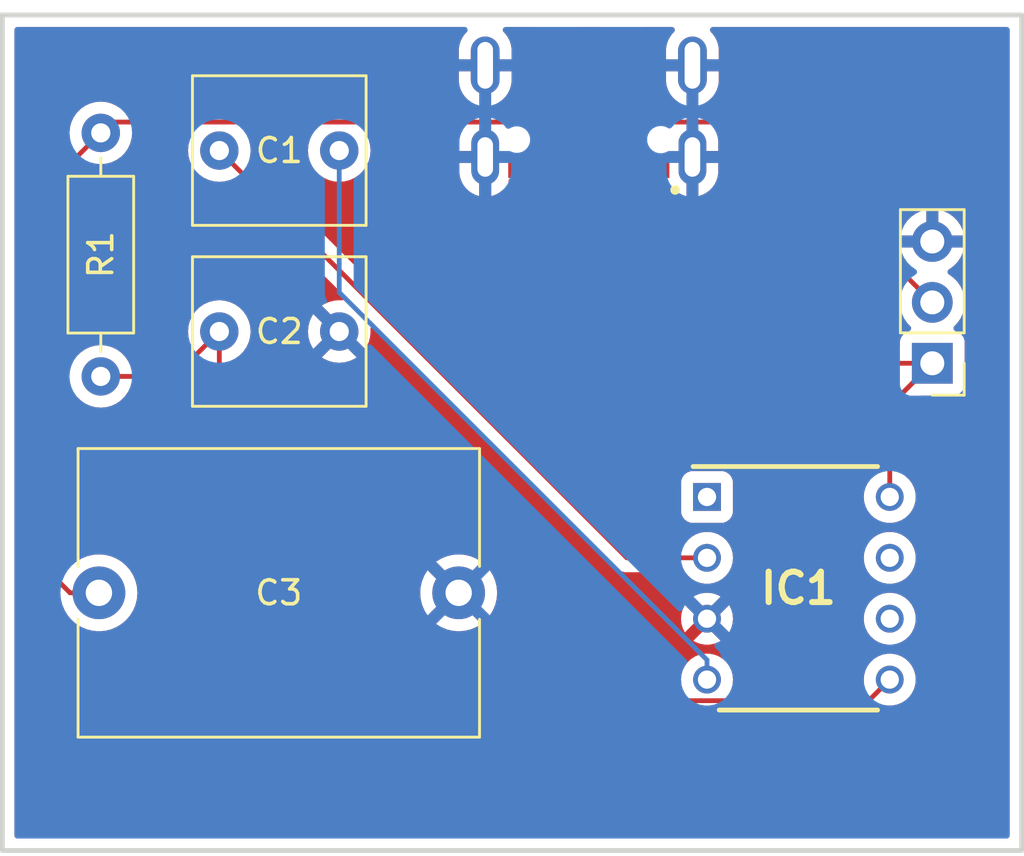
<source format=kicad_pcb>
(kicad_pcb (version 20240108) (generator "pcbnew") (generator_version "8.0")
  (layers (0 "F.Cu" signal) (31 "B.Cu" signal) (34 "B.Paste" user) (35 "F.Paste" user) (36 "B.SilkS" user "B.Silkscreen") (37 "F.SilkS" user "F.Silkscreen") (38 "B.Mask" user) (39 "F.Mask" user) (44 "Edge.Cuts" user))
  (net 0 "")
  (net 1 "Net-(IC1-CAP+)")
  (net 2 "Net-(IC1-CAP-)")
  (net 3 "Earth")
  (net 4 "Net-(IC1-VOUT)")
  (net 5 "Net-(J1-D+-Pad6)")
  (net 6 "Net-(IC1-V+)")
  (net 10 "Net-(J1-D--Pad5)")
  (net 15 "Net-(J2-Pin_2)")
  (footprint "Capacitor_THT:C_Rect_L7.0mm_W6.0mm_P5.00mm" (layer "F.Cu") (at 167.045 93.0972)
    (property "Reference" "C2" (at 2.5 0 0) (layer "F.SilkS"))
    (property "Value" "C" (hide yes))
    (fp_line (start -1.12 -3.12) (end -1.12 3.12) (stroke (width 0.12)) (layer "F.SilkS"))
    (fp_line (start -1.12 -3.12) (end 6.12 -3.12) (stroke (width 0.12)) (layer "F.SilkS"))
    (fp_line (start -1.12 3.12) (end 6.12 3.12) (stroke (width 0.12)) (layer "F.SilkS"))
    (fp_line (start 6.12 -3.12) (end 6.12 3.12) (stroke (width 0.12)) (layer "F.SilkS"))
    (pad "1" thru_hole circle (at 0 0) (size 1.6 1.6) (drill 0.8) (layers "*.Cu" "*.Mask") (net 4 "Net-(IC1-VOUT)"))
    (pad "2" thru_hole circle (at 5 0) (size 1.6 1.6) (drill 0.8) (layers "*.Cu" "*.Mask") (net 3 "Earth"))
  )
  (footprint "Resistor_THT:R_Axial_DIN0207_L6.3mm_D2.5mm_P10.16mm_Horizontal" (layer "F.Cu") (at 162.1028 94.9706 90)
    (property "Reference" "R1" (at 5.08 0 90) (layer "F.SilkS"))
    (property "Value" "R" (hide yes))
    (fp_line (start 8.35 -1.37) (end 1.81 -1.37) (stroke (width 0.12)) (layer "F.SilkS"))
    (fp_line (start 1.81 -1.37) (end 1.81 1.37) (stroke (width 0.12)) (layer "F.SilkS"))
    (fp_line (start 9.12 0) (end 8.35 0) (stroke (width 0.12)) (layer "F.SilkS"))
    (fp_line (start 1.04 0) (end 1.81 0) (stroke (width 0.12)) (layer "F.SilkS"))
    (fp_line (start 8.35 1.37) (end 8.35 -1.37) (stroke (width 0.12)) (layer "F.SilkS"))
    (fp_line (start 1.81 1.37) (end 8.35 1.37) (stroke (width 0.12)) (layer "F.SilkS"))
    (pad "1" thru_hole circle (at 0 0 90) (size 1.6 1.6) (drill 0.8) (layers "*.Cu" "*.Mask") (net 4 "Net-(IC1-VOUT)"))
    (pad "2" thru_hole oval (at 10.16 0 90) (size 1.6 1.6) (drill 0.8) (layers "*.Cu" "*.Mask") (net 15 "Net-(J2-Pin_2)"))
  )
  (footprint "KiCad_TC144SCPA:DIP762W56P254L950H508Q8N" (layer "F.Cu") (at 191.19 103.81)
    (property "Reference" "IC1" (at 0 0 0) (layer "F.SilkS") (effects (font (size 1.27 1.27) (thickness 0.254))))
    (property "Value" "TC1044SCPA" (hide yes))
    (fp_line (start -4.39 -5.08) (end 3.3 -5.08) (stroke (width 0.2)) (layer "F.SilkS"))
    (fp_line (start -3.3 5.08) (end 3.3 5.08) (stroke (width 0.2)) (layer "F.SilkS"))
    (pad "1" thru_hole rect (at -3.81 -3.81) (size 1.16 1.16) (drill 0.76) (layers "*.Cu" "*.Mask"))
    (pad "2" thru_hole circle (at -3.81 -1.27) (size 1.16 1.16) (drill 0.76) (layers "*.Cu" "*.Mask") (net 1 "Net-(IC1-CAP+)"))
    (pad "3" thru_hole circle (at -3.81 1.27) (size 1.16 1.16) (drill 0.76) (layers "*.Cu" "*.Mask") (net 3 "Earth"))
    (pad "4" thru_hole circle (at -3.81 3.81) (size 1.16 1.16) (drill 0.76) (layers "*.Cu" "*.Mask") (net 2 "Net-(IC1-CAP-)"))
    (pad "5" thru_hole circle (at 3.81 3.81) (size 1.16 1.16) (drill 0.76) (layers "*.Cu" "*.Mask") (net 4 "Net-(IC1-VOUT)"))
    (pad "6" thru_hole circle (at 3.81 1.27) (size 1.16 1.16) (drill 0.76) (layers "*.Cu" "*.Mask"))
    (pad "7" thru_hole circle (at 3.81 -1.27) (size 1.16 1.16) (drill 0.76) (layers "*.Cu" "*.Mask"))
    (pad "8" thru_hole circle (at 3.81 -3.81) (size 1.16 1.16) (drill 0.76) (layers "*.Cu" "*.Mask") (net 6 "Net-(IC1-V+)"))
  )
  (footprint "Capacitor_THT:C_Rect_L16.5mm_W11.8mm_P15.00mm_MKT" (layer "F.Cu") (at 162.025 104)
    (property "Reference" "C3" (at 7.5 0 0) (layer "F.SilkS"))
    (property "Value" "C" (hide yes))
    (fp_line (start -0.87 -6.02) (end -0.87 -1.104) (stroke (width 0.12)) (layer "F.SilkS"))
    (fp_line (start -0.87 -6.02) (end 15.87 -6.02) (stroke (width 0.12)) (layer "F.SilkS"))
    (fp_line (start -0.87 1.104) (end -0.87 6.02) (stroke (width 0.12)) (layer "F.SilkS"))
    (fp_line (start -0.87 6.02) (end 15.87 6.02) (stroke (width 0.12)) (layer "F.SilkS"))
    (fp_line (start 15.87 -6.02) (end 15.87 -1.104) (stroke (width 0.12)) (layer "F.SilkS"))
    (fp_line (start 15.87 1.104) (end 15.87 6.02) (stroke (width 0.12)) (layer "F.SilkS"))
    (pad "1" thru_hole circle (at 0 0) (size 2.2 2.2) (drill 1.1) (layers "*.Cu" "*.Mask") (net 15 "Net-(J2-Pin_2)"))
    (pad "2" thru_hole circle (at 15 0) (size 2.2 2.2) (drill 1.1) (layers "*.Cu" "*.Mask") (net 3 "Earth"))
  )
  (footprint "Connector_PinHeader_2.54mm:PinHeader_1x03_P2.54mm_Vertical" (layer "F.Cu") (at 196.7738 94.4222 180)
    (property "Reference" "J2" (hide yes))
    (property "Value" "Conn_01x03_Pin" (hide yes))
    (fp_line (start 1.33 1.27) (end 1.33 6.41) (stroke (width 0.12)) (layer "F.SilkS"))
    (fp_line (start -1.33 6.41) (end 1.33 6.41) (stroke (width 0.12)) (layer "F.SilkS"))
    (fp_line (start -1.33 1.27) (end 1.33 1.27) (stroke (width 0.12)) (layer "F.SilkS"))
    (fp_line (start -1.33 1.27) (end -1.33 6.41) (stroke (width 0.12)) (layer "F.SilkS"))
    (fp_line (start -1.33 0) (end -1.33 -1.33) (stroke (width 0.12)) (layer "F.SilkS"))
    (fp_line (start -1.33 -1.33) (end 0 -1.33) (stroke (width 0.12)) (layer "F.SilkS"))
    (pad "1" thru_hole rect (at 0 0 180) (size 1.7 1.7) (drill 1) (layers "*.Cu" "*.Mask") (net 6 "Net-(IC1-V+)"))
    (pad "2" thru_hole oval (at 0 2.54 180) (size 1.7 1.7) (drill 1) (layers "*.Cu" "*.Mask") (net 15 "Net-(J2-Pin_2)"))
    (pad "3" thru_hole oval (at 0 5.08 180) (size 1.7 1.7) (drill 1) (layers "*.Cu" "*.Mask") (net 3 "Earth"))
  )
  (footprint "Capacitor_THT:C_Rect_L7.0mm_W6.0mm_P5.00mm" (layer "F.Cu") (at 167.045 85.5472)
    (property "Reference" "C1" (at 2.5 0 0) (layer "F.SilkS"))
    (property "Value" "C" (hide yes))
    (fp_line (start -1.12 -3.12) (end -1.12 3.12) (stroke (width 0.12)) (layer "F.SilkS"))
    (fp_line (start -1.12 -3.12) (end 6.12 -3.12) (stroke (width 0.12)) (layer "F.SilkS"))
    (fp_line (start -1.12 3.12) (end 6.12 3.12) (stroke (width 0.12)) (layer "F.SilkS"))
    (fp_line (start 6.12 -3.12) (end 6.12 3.12) (stroke (width 0.12)) (layer "F.SilkS"))
    (pad "1" thru_hole circle (at 0 0) (size 1.6 1.6) (drill 0.8) (layers "*.Cu" "*.Mask") (net 1 "Net-(IC1-CAP+)"))
    (pad "2" thru_hole circle (at 5 0) (size 1.6 1.6) (drill 0.8) (layers "*.Cu" "*.Mask") (net 2 "Net-(IC1-CAP-)"))
  )
  (footprint "S25-36:JAE_DX07S016JA1R1500" (layer "F.Cu") (at 182.4512 85.0912 180)
    (property "Reference" "J1" (hide yes))
    (property "Value" "DX07S016JA1R1500" (hide yes))
    (fp_circle (center -3.6 -2.1) (end -3.5 -2.1) (stroke (width 0.2)) (fill none) (layer "F.SilkS"))
    (pad "" np_thru_hole circle (at -3 0 180) (size 0.63 0.63) (drill 0.63) (layers "*.Cu" "*.Mask"))
    (pad "" np_thru_hole circle (at 3 0 180) (size 0.6 0.6) (drill 0.6) (layers "*.Cu" "*.Mask"))
    (pad "1" smd rect (at -3.1 -1.1 180) (size 0.52 1) (layers "F.Cu" "F.Paste" "F.Mask") (net 3 "Earth"))
    (pad "2" smd rect (at -2.35 -1.1 180) (size 0.52 1) (layers "F.Cu" "F.Paste" "F.Mask") (net 6 "Net-(IC1-V+)"))
    (pad "3" smd rect (at -1.75 -1.1 180) (size 0.27 1) (layers "F.Cu" "F.Paste" "F.Mask"))
    (pad "4" smd rect (at -1.25 -1.1 180) (size 0.27 1) (layers "F.Cu" "F.Paste" "F.Mask"))
    (pad "5" smd rect (at -0.75 -1.1 180) (size 0.27 1) (layers "F.Cu" "F.Paste" "F.Mask") (net 10 "Net-(J1-D--Pad5)"))
    (pad "6" smd rect (at -0.25 -1.1 180) (size 0.27 1) (layers "F.Cu" "F.Paste" "F.Mask") (net 5 "Net-(J1-D+-Pad6)"))
    (pad "7" smd rect (at 0.25 -1.1 180) (size 0.27 1) (layers "F.Cu" "F.Paste" "F.Mask") (net 5 "Net-(J1-D+-Pad6)"))
    (pad "8" smd rect (at 0.75 -1.1 180) (size 0.27 1) (layers "F.Cu" "F.Paste" "F.Mask") (net 10 "Net-(J1-D--Pad5)"))
    (pad "9" smd rect (at 1.25 -1.1 180) (size 0.27 1) (layers "F.Cu" "F.Paste" "F.Mask"))
    (pad "10" smd rect (at 1.75 -1.1 180) (size 0.27 1) (layers "F.Cu" "F.Paste" "F.Mask"))
    (pad "11" smd rect (at 2.35 -1.1 180) (size 0.52 1) (layers "F.Cu" "F.Paste" "F.Mask") (net 6 "Net-(IC1-V+)"))
    (pad "12" smd rect (at 3.1 -1.1 180) (size 0.52 1) (layers "F.Cu" "F.Paste" "F.Mask") (net 3 "Earth"))
    (pad "S1" smd rect (at -1.4 3.1 180) (size 1 2) (layers "F.Cu" "F.Paste" "F.Mask") (net 3 "Earth"))
    (pad "S2" smd rect (at 1.4 3.1 180) (size 1 2) (layers "F.Cu" "F.Paste" "F.Mask") (net 3 "Earth"))
    (pad "S3" thru_hole oval (at -4.32 -0.725 180) (size 1.158 2.316) (drill oval 0.65 1.65) (layers "*.Cu" "*.Mask") (net 3 "Earth"))
    (pad "S4" thru_hole oval (at 4.32 -0.725 180) (size 1.158 2.316) (drill oval 0.65 1.65) (layers "*.Cu" "*.Mask") (net 3 "Earth"))
    (pad "S5" thru_hole oval (at -4.32 3.1 180) (size 1.2 2.4) (drill oval 0.65 1.95) (layers "*.Cu" "*.Mask") (net 3 "Earth"))
    (pad "S6" thru_hole oval (at 4.32 3.1 180) (size 1.2 2.4) (drill oval 0.65 1.95) (layers "*.Cu" "*.Mask") (net 3 "Earth"))
  )
  (gr_rect (start 158 79.8908) (end 200.5 114.75) (stroke (width 0.2)) (fill none) (layer "Edge.Cuts"))
  (segment (start 187.38 102.54) (end 184.0378 102.54) (width 0.2) (layer "F.Cu") (net 1))
  (segment (start 184.0378 102.54) (end 167.045 85.5472) (width 0.2) (layer "F.Cu") (net 1))
  (segment (start 187.38 107.62) (end 187.38 106.799757) (width 0.2) (layer "B.Cu") (net 2))
  (segment (start 187.38 106.799757) (end 172.045 91.464757) (width 0.2) (layer "B.Cu") (net 2))
  (segment (start 172.045 91.464757) (end 172.045 85.5472) (width 0.2) (layer "B.Cu") (net 2))
  (segment (start 167.045 102.6306) (end 172.9144 108.5) (width 0.2) (layer "F.Cu") (net 4))
  (segment (start 165.1716 94.9706) (end 167.045 93.0972) (width 0.2) (layer "F.Cu") (net 4))
  (segment (start 162.1028 94.9706) (end 165.1716 94.9706) (width 0.2) (layer "F.Cu") (net 4))
  (segment (start 172.9144 108.5) (end 194.12 108.5) (width 0.2) (layer "F.Cu") (net 4))
  (segment (start 194.12 108.5) (end 195 107.62) (width 0.2) (layer "F.Cu") (net 4))
  (segment (start 167.045 93.0972) (end 167.045 102.6306) (width 0.2) (layer "F.Cu") (net 4))
  (segment (start 195 96.196) (end 196.7738 94.4222) (width 0.2) (layer "F.Cu") (net 6))
  (segment (start 196.7738 94.4222) (end 192.3322 94.4222) (width 0.2) (layer "F.Cu") (net 6))
  (segment (start 180.2558 87.0458) (end 180.1012 86.8912) (width 0.2) (layer "F.Cu") (net 6))
  (segment (start 195 100) (end 195 96.196) (width 0.2) (layer "F.Cu") (net 6))
  (segment (start 192.3322 94.4222) (end 184.8012 86.8912) (width 0.2) (layer "F.Cu") (net 6))
  (segment (start 184.8012 86.8912) (end 184.6466 87.0458) (width 0.2) (layer "F.Cu") (net 6))
  (segment (start 184.6466 87.0458) (end 180.2558 87.0458) (width 0.2) (layer "F.Cu") (net 6))
  (segment (start 184.8012 86.8912) (end 184.8012 86.1912) (width 0.2) (layer "F.Cu") (net 6))
  (segment (start 180.1012 86.8912) (end 180.1012 86.1912) (width 0.2) (layer "F.Cu") (net 6))
  (segment (start 196.7738 91.8822) (end 189.2498 84.3582) (width 0.2) (layer "F.Cu") (net 15))
  (segment (start 189.2498 84.3582) (end 162.5552 84.3582) (width 0.2) (layer "F.Cu") (net 15))
  (segment (start 162.5552 84.3582) (end 162.1028 84.8106) (width 0.2) (layer "F.Cu") (net 15))
  (segment (start 160.3248 103.505) (end 160.8198 104) (width 0.2) (layer "F.Cu") (net 15))
  (segment (start 160.3248 86.5886) (end 160.3248 103.505) (width 0.2) (layer "F.Cu") (net 15))
  (segment (start 162.1028 84.8106) (end 160.3248 86.5886) (width 0.2) (layer "F.Cu") (net 15))
  (segment (start 160.8198 104) (end 162.025 104) (width 0.2) (layer "F.Cu") (net 15))
  (segment (start 162.025 104) (end 162.025 103.093) (width 0.2) (layer "B.Cu") (net 15))
  (zone (net 3) (net_name "Earth") (layer "F.Cu") (connect_pads (clearance 0.5)) (min_thickness 0.25) (fill yes (thermal_gap 0.5) (thermal_bridge_width 0.5))
    (polygon (pts (xy 158 79.7424) (xy 200.5 79.7424) (xy 200.5 115) (xy 158 115)))
  )
  (zone (net 3) (net_name "Earth") (layer "B.Cu") (priority 1) (connect_pads (clearance 0.5)) (min_thickness 0.25) (fill yes (thermal_gap 0.5) (thermal_bridge_width 0.5))
    (polygon (pts (xy 158 79.7424) (xy 200.5 79.7424) (xy 200.5 115) (xy 158 115)))
  )
)
</source>
